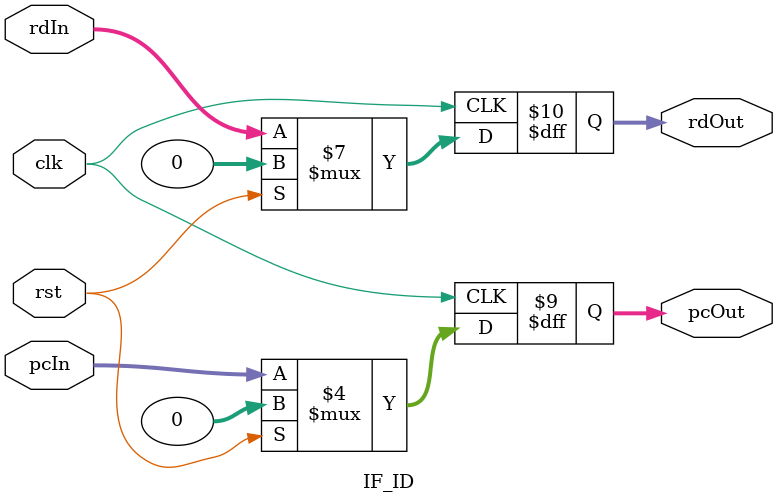
<source format=v>
`timescale 1ns/1ns
module IF_ID( clk, rst, pcIn, pcOut, rdIn, rdOut );


input clk, rst;
input[31:0] pcIn, rdIn;

output[31:0] pcOut, rdOut;

reg[31:0] pcOut, rdOut;

always @( posedge clk ) begin

    if ( rst == 1'b1 ) begin
	
		rdOut = 32'b0;
		pcOut = 32'b0;
    end
    else begin 
	
		pcOut = pcIn;
		rdOut = rdIn;
    end
end

endmodule

</source>
